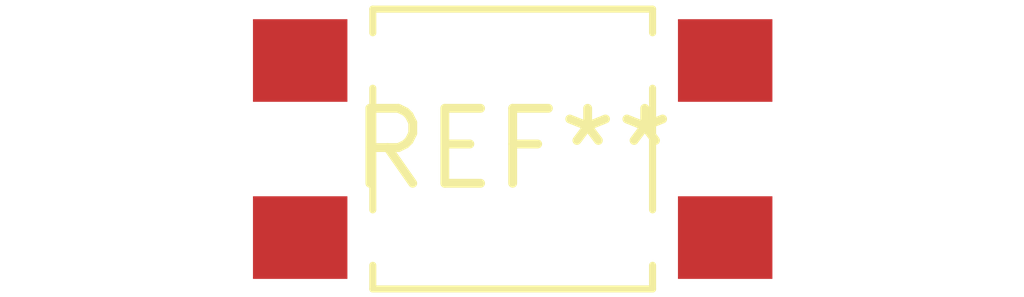
<source format=kicad_pcb>
(kicad_pcb (version 20240108) (generator pcbnew)
  (layers (0 "F.Cu" signal) (31 "B.Cu" signal) (34 "B.Paste" user) (35 "F.Paste" user) (36 "B.SilkS" user "B.Silkscreen") (37 "F.SilkS" user "F.Silkscreen") (38 "B.Mask" user) (39 "F.Mask" user) (44 "Edge.Cuts" user))
  (net 0 "")
  (footprint "SW_SPST_TL3305A" (layer "F.Cu") (at 0 0)
    (property "Reference" "REF**")
    (property "Value" "SW_SPST_TL3305A")
    (fp_line (start -2.37 -2.37) (end -2.37 -1.97) (layer "F.SilkS") (stroke (width 0.12)))
    (fp_line (start -2.37 -2.37) (end 2.37 -2.37) (layer "F.SilkS") (stroke (width 0.12)))
    (fp_line (start -2.37 1.03) (end -2.37 -1.03) (layer "F.SilkS") (stroke (width 0.12)))
    (fp_line (start -2.37 2.37) (end -2.37 1.97) (layer "F.SilkS") (stroke (width 0.12)))
    (fp_line (start -2.37 2.37) (end 2.37 2.37) (layer "F.SilkS") (stroke (width 0.12)))
    (fp_line (start 2.37 -2.37) (end 2.37 -1.97) (layer "F.SilkS") (stroke (width 0.12)))
    (fp_line (start 2.37 1.03) (end 2.37 -1.03) (layer "F.SilkS") (stroke (width 0.12)))
    (fp_line (start 2.37 2.37) (end 2.37 1.97) (layer "F.SilkS") (stroke (width 0.12)))
    (pad "1" smd rect (at -3.6 -1.5) (size 1.6 1.4) (layers "F.Cu" "F.Paste" "F.Mask"))
    (pad "1" smd rect (at 3.6 -1.5) (size 1.6 1.4) (layers "F.Cu" "F.Paste" "F.Mask"))
    (pad "2" smd rect (at -3.6 1.5) (size 1.6 1.4) (layers "F.Cu" "F.Paste" "F.Mask"))
    (pad "2" smd rect (at 3.6 1.5) (size 1.6 1.4) (layers "F.Cu" "F.Paste" "F.Mask"))
  )
)
</source>
